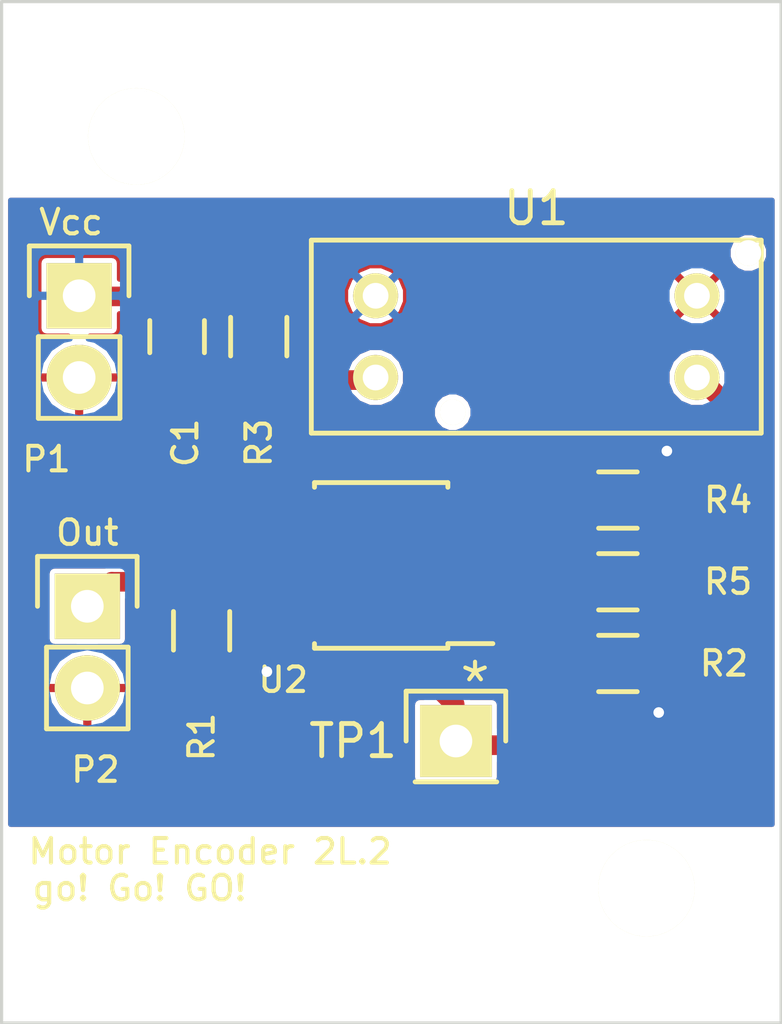
<source format=kicad_pcb>
(kicad_pcb (version 4) (host pcbnew no-vcs-found-product)

  (general
    (links 22)
    (no_connects 0)
    (area 148.412999 77.165999 172.770001 109.016001)
    (thickness 1.6)
    (drawings 17)
    (tracks 43)
    (zones 0)
    (modules 13)
    (nets 8)
  )

  (page A4)
  (layers
    (0 F.Cu signal)
    (31 B.Cu signal)
    (32 B.Adhes user)
    (33 F.Adhes user)
    (34 B.Paste user)
    (35 F.Paste user)
    (36 B.SilkS user)
    (37 F.SilkS user)
    (38 B.Mask user)
    (39 F.Mask user)
    (40 Dwgs.User user)
    (41 Cmts.User user)
    (42 Eco1.User user)
    (43 Eco2.User user)
    (44 Edge.Cuts user)
    (45 Margin user)
    (46 B.CrtYd user)
    (47 F.CrtYd user)
    (48 B.Fab user)
    (49 F.Fab user)
  )

  (setup
    (last_trace_width 0.1524)
    (user_trace_width 0.3048)
    (user_trace_width 0.6096)
    (trace_clearance 0.1524)
    (zone_clearance 0.1524)
    (zone_45_only no)
    (trace_min 0.1524)
    (segment_width 0.1)
    (edge_width 0.1)
    (via_size 0.6858)
    (via_drill 0.3302)
    (via_min_size 0.6858)
    (via_min_drill 0.3302)
    (uvia_size 0.3)
    (uvia_drill 0.1)
    (uvias_allowed no)
    (uvia_min_size 0)
    (uvia_min_drill 0)
    (pcb_text_width 0.3)
    (pcb_text_size 0.762 0.762)
    (mod_edge_width 0.15)
    (mod_text_size 0.762 0.762)
    (mod_text_width 0.127)
    (pad_size 1.5 1.5)
    (pad_drill 0.6)
    (pad_to_mask_clearance 0)
    (aux_axis_origin 0 0)
    (visible_elements FFFFFF7F)
    (pcbplotparams
      (layerselection 0x010fc_80000001)
      (usegerberextensions true)
      (excludeedgelayer true)
      (linewidth 0.127000)
      (plotframeref false)
      (viasonmask false)
      (mode 1)
      (useauxorigin false)
      (hpglpennumber 1)
      (hpglpenspeed 20)
      (hpglpendiameter 15)
      (hpglpenoverlay 2)
      (psnegative false)
      (psa4output false)
      (plotreference true)
      (plotvalue false)
      (plotinvisibletext false)
      (padsonsilk false)
      (subtractmaskfromsilk true)
      (outputformat 1)
      (mirror false)
      (drillshape 0)
      (scaleselection 1)
      (outputdirectory gerbers/))
  )

  (net 0 "")
  (net 1 VCC)
  (net 2 GND)
  (net 3 /Output)
  (net 4 /OptoOut)
  (net 5 "Net-(R3-Pad1)")
  (net 6 "Net-(R4-Pad2)")
  (net 7 "Net-(U2-Pad5)")

  (net_class Default "This is the default net class."
    (clearance 0.1524)
    (trace_width 0.1524)
    (via_dia 0.6858)
    (via_drill 0.3302)
    (uvia_dia 0.3)
    (uvia_drill 0.1)
    (add_net /OptoOut)
    (add_net /Output)
    (add_net GND)
    (add_net "Net-(R3-Pad1)")
    (add_net "Net-(R4-Pad2)")
    (add_net "Net-(U2-Pad5)")
    (add_net VCC)
  )

  (module Capacitors_SMD:C_0805_HandSoldering (layer F.Cu) (tedit 55E1BCD6) (tstamp 55900479)
    (at 153.924 87.63 270)
    (descr "Capacitor SMD 0805, hand soldering")
    (tags "capacitor 0805")
    (path /5590040D)
    (attr smd)
    (fp_text reference C1 (at 3.302 -0.254 270) (layer F.SilkS)
      (effects (font (size 0.762 0.762) (thickness 0.127)))
    )
    (fp_text value 10u (at -0.03 0.224 270) (layer F.Fab)
      (effects (font (size 0.762 0.762) (thickness 0.127)))
    )
    (fp_line (start -2.3 -1) (end 2.3 -1) (layer F.CrtYd) (width 0.05))
    (fp_line (start -2.3 1) (end 2.3 1) (layer F.CrtYd) (width 0.05))
    (fp_line (start -2.3 -1) (end -2.3 1) (layer F.CrtYd) (width 0.05))
    (fp_line (start 2.3 -1) (end 2.3 1) (layer F.CrtYd) (width 0.05))
    (fp_line (start 0.5 -0.85) (end -0.5 -0.85) (layer F.SilkS) (width 0.15))
    (fp_line (start -0.5 0.85) (end 0.5 0.85) (layer F.SilkS) (width 0.15))
    (pad 1 smd rect (at -1.25 0 270) (size 1.5 1.25) (layers F.Cu F.Paste F.Mask)
      (net 1 VCC))
    (pad 2 smd rect (at 1.25 0 270) (size 1.5 1.25) (layers F.Cu F.Paste F.Mask)
      (net 2 GND))
    (model Capacitors_SMD.3dshapes/C_0805_HandSoldering.wrl
      (at (xyz 0 0 0))
      (scale (xyz 1 1 1))
      (rotate (xyz 0 0 0))
    )
  )

  (module Pin_Headers:Pin_Header_Straight_1x02 (layer F.Cu) (tedit 55E1BCDA) (tstamp 5590047F)
    (at 150.876 86.36)
    (descr "Through hole pin header")
    (tags "pin header")
    (path /558FFB0D)
    (fp_text reference P1 (at -1.016 5.08) (layer F.SilkS)
      (effects (font (size 0.762 0.762) (thickness 0.127)))
    )
    (fp_text value PWR (at 0.024 -2.46) (layer F.Fab)
      (effects (font (size 0.762 0.762) (thickness 0.127)))
    )
    (fp_line (start 1.27 1.27) (end 1.27 3.81) (layer F.SilkS) (width 0.15))
    (fp_line (start 1.55 -1.55) (end 1.55 0) (layer F.SilkS) (width 0.15))
    (fp_line (start -1.75 -1.75) (end -1.75 4.3) (layer F.CrtYd) (width 0.05))
    (fp_line (start 1.75 -1.75) (end 1.75 4.3) (layer F.CrtYd) (width 0.05))
    (fp_line (start -1.75 -1.75) (end 1.75 -1.75) (layer F.CrtYd) (width 0.05))
    (fp_line (start -1.75 4.3) (end 1.75 4.3) (layer F.CrtYd) (width 0.05))
    (fp_line (start 1.27 1.27) (end -1.27 1.27) (layer F.SilkS) (width 0.15))
    (fp_line (start -1.55 0) (end -1.55 -1.55) (layer F.SilkS) (width 0.15))
    (fp_line (start -1.55 -1.55) (end 1.55 -1.55) (layer F.SilkS) (width 0.15))
    (fp_line (start -1.27 1.27) (end -1.27 3.81) (layer F.SilkS) (width 0.15))
    (fp_line (start -1.27 3.81) (end 1.27 3.81) (layer F.SilkS) (width 0.15))
    (pad 1 thru_hole rect (at 0 0) (size 2.032 2.032) (drill 1.016) (layers *.Cu *.Mask F.SilkS)
      (net 1 VCC))
    (pad 2 thru_hole oval (at 0 2.54) (size 2.032 2.032) (drill 1.016) (layers *.Cu *.Mask F.SilkS)
      (net 2 GND))
    (model Pin_Headers.3dshapes/Pin_Header_Straight_1x02.wrl
      (at (xyz 0 -0.05 0))
      (scale (xyz 1 1 1))
      (rotate (xyz 0 0 90))
    )
  )

  (module Pin_Headers:Pin_Header_Straight_1x02 (layer F.Cu) (tedit 55E1BCCF) (tstamp 55900485)
    (at 151.13 96.012)
    (descr "Through hole pin header")
    (tags "pin header")
    (path /558FFA04)
    (fp_text reference P2 (at 0.254 5.08 180) (layer F.SilkS)
      (effects (font (size 0.762 0.762) (thickness 0.127)))
    )
    (fp_text value Out (at 0.07 -2.212) (layer F.Fab)
      (effects (font (size 0.762 0.762) (thickness 0.127)))
    )
    (fp_line (start 1.27 1.27) (end 1.27 3.81) (layer F.SilkS) (width 0.15))
    (fp_line (start 1.55 -1.55) (end 1.55 0) (layer F.SilkS) (width 0.15))
    (fp_line (start -1.75 -1.75) (end -1.75 4.3) (layer F.CrtYd) (width 0.05))
    (fp_line (start 1.75 -1.75) (end 1.75 4.3) (layer F.CrtYd) (width 0.05))
    (fp_line (start -1.75 -1.75) (end 1.75 -1.75) (layer F.CrtYd) (width 0.05))
    (fp_line (start -1.75 4.3) (end 1.75 4.3) (layer F.CrtYd) (width 0.05))
    (fp_line (start 1.27 1.27) (end -1.27 1.27) (layer F.SilkS) (width 0.15))
    (fp_line (start -1.55 0) (end -1.55 -1.55) (layer F.SilkS) (width 0.15))
    (fp_line (start -1.55 -1.55) (end 1.55 -1.55) (layer F.SilkS) (width 0.15))
    (fp_line (start -1.27 1.27) (end -1.27 3.81) (layer F.SilkS) (width 0.15))
    (fp_line (start -1.27 3.81) (end 1.27 3.81) (layer F.SilkS) (width 0.15))
    (pad 1 thru_hole rect (at 0 0) (size 2.032 2.032) (drill 1.016) (layers *.Cu *.Mask F.SilkS)
      (net 3 /Output))
    (pad 2 thru_hole oval (at 0 2.54) (size 2.032 2.032) (drill 1.016) (layers *.Cu *.Mask F.SilkS)
      (net 2 GND))
    (model Pin_Headers.3dshapes/Pin_Header_Straight_1x02.wrl
      (at (xyz 0 -0.05 0))
      (scale (xyz 1 1 1))
      (rotate (xyz 0 0 90))
    )
  )

  (module Resistors_SMD:R_0805_HandSoldering (layer F.Cu) (tedit 55E1BCCB) (tstamp 5590048B)
    (at 154.686 96.774 90)
    (descr "Resistor SMD 0805, hand soldering")
    (tags "resistor 0805")
    (path /558FF72A)
    (attr smd)
    (fp_text reference R1 (at -3.302 0 90) (layer F.SilkS)
      (effects (font (size 0.762 0.762) (thickness 0.127)))
    )
    (fp_text value 1K (at -0.226 0.014 90) (layer F.Fab)
      (effects (font (size 0.762 0.762) (thickness 0.127)))
    )
    (fp_line (start -2.4 -1) (end 2.4 -1) (layer F.CrtYd) (width 0.05))
    (fp_line (start -2.4 1) (end 2.4 1) (layer F.CrtYd) (width 0.05))
    (fp_line (start -2.4 -1) (end -2.4 1) (layer F.CrtYd) (width 0.05))
    (fp_line (start 2.4 -1) (end 2.4 1) (layer F.CrtYd) (width 0.05))
    (fp_line (start 0.6 0.875) (end -0.6 0.875) (layer F.SilkS) (width 0.15))
    (fp_line (start -0.6 -0.875) (end 0.6 -0.875) (layer F.SilkS) (width 0.15))
    (pad 1 smd rect (at -1.35 0 90) (size 1.5 1.3) (layers F.Cu F.Paste F.Mask)
      (net 1 VCC))
    (pad 2 smd rect (at 1.35 0 90) (size 1.5 1.3) (layers F.Cu F.Paste F.Mask)
      (net 3 /Output))
    (model Resistors_SMD.3dshapes/R_0805_HandSoldering.wrl
      (at (xyz 0 0 0))
      (scale (xyz 1 1 1))
      (rotate (xyz 0 0 0))
    )
  )

  (module Resistors_SMD:R_0805_HandSoldering (layer F.Cu) (tedit 55E1BCB4) (tstamp 55900491)
    (at 167.64 97.79 180)
    (descr "Resistor SMD 0805, hand soldering")
    (tags "resistor 0805")
    (path /558FF53C)
    (attr smd)
    (fp_text reference R2 (at -3.302 0 180) (layer F.SilkS)
      (effects (font (size 0.762 0.762) (thickness 0.127)))
    )
    (fp_text value 10K (at -0.16 -0.21 180) (layer F.Fab)
      (effects (font (size 0.762 0.762) (thickness 0.127)))
    )
    (fp_line (start -2.4 -1) (end 2.4 -1) (layer F.CrtYd) (width 0.05))
    (fp_line (start -2.4 1) (end 2.4 1) (layer F.CrtYd) (width 0.05))
    (fp_line (start -2.4 -1) (end -2.4 1) (layer F.CrtYd) (width 0.05))
    (fp_line (start 2.4 -1) (end 2.4 1) (layer F.CrtYd) (width 0.05))
    (fp_line (start 0.6 0.875) (end -0.6 0.875) (layer F.SilkS) (width 0.15))
    (fp_line (start -0.6 -0.875) (end 0.6 -0.875) (layer F.SilkS) (width 0.15))
    (pad 1 smd rect (at -1.35 0 180) (size 1.5 1.3) (layers F.Cu F.Paste F.Mask)
      (net 1 VCC))
    (pad 2 smd rect (at 1.35 0 180) (size 1.5 1.3) (layers F.Cu F.Paste F.Mask)
      (net 4 /OptoOut))
    (model Resistors_SMD.3dshapes/R_0805_HandSoldering.wrl
      (at (xyz 0 0 0))
      (scale (xyz 1 1 1))
      (rotate (xyz 0 0 0))
    )
  )

  (module Resistors_SMD:R_0805_HandSoldering (layer F.Cu) (tedit 55E1BCA4) (tstamp 55900497)
    (at 156.464 87.63 90)
    (descr "Resistor SMD 0805, hand soldering")
    (tags "resistor 0805")
    (path /558FF5EA)
    (attr smd)
    (fp_text reference R3 (at -3.302 0 90) (layer F.SilkS)
      (effects (font (size 0.762 0.762) (thickness 0.127)))
    )
    (fp_text value 100 (at -0.07 0.036 90) (layer F.Fab)
      (effects (font (size 0.762 0.762) (thickness 0.127)))
    )
    (fp_line (start -2.4 -1) (end 2.4 -1) (layer F.CrtYd) (width 0.05))
    (fp_line (start -2.4 1) (end 2.4 1) (layer F.CrtYd) (width 0.05))
    (fp_line (start -2.4 -1) (end -2.4 1) (layer F.CrtYd) (width 0.05))
    (fp_line (start 2.4 -1) (end 2.4 1) (layer F.CrtYd) (width 0.05))
    (fp_line (start 0.6 0.875) (end -0.6 0.875) (layer F.SilkS) (width 0.15))
    (fp_line (start -0.6 -0.875) (end 0.6 -0.875) (layer F.SilkS) (width 0.15))
    (pad 1 smd rect (at -1.35 0 90) (size 1.5 1.3) (layers F.Cu F.Paste F.Mask)
      (net 5 "Net-(R3-Pad1)"))
    (pad 2 smd rect (at 1.35 0 90) (size 1.5 1.3) (layers F.Cu F.Paste F.Mask)
      (net 2 GND))
    (model Resistors_SMD.3dshapes/R_0805_HandSoldering.wrl
      (at (xyz 0 0 0))
      (scale (xyz 1 1 1))
      (rotate (xyz 0 0 0))
    )
  )

  (module Resistors_SMD:R_0805_HandSoldering (layer F.Cu) (tedit 55E1BCBD) (tstamp 5590049D)
    (at 167.64 92.71 180)
    (descr "Resistor SMD 0805, hand soldering")
    (tags "resistor 0805")
    (path /558FF7D1)
    (attr smd)
    (fp_text reference R4 (at -3.429 0 180) (layer F.SilkS)
      (effects (font (size 0.762 0.762) (thickness 0.127)))
    )
    (fp_text value 1K (at -0.16 0.01 180) (layer F.Fab)
      (effects (font (size 0.762 0.762) (thickness 0.127)))
    )
    (fp_line (start -2.4 -1) (end 2.4 -1) (layer F.CrtYd) (width 0.05))
    (fp_line (start -2.4 1) (end 2.4 1) (layer F.CrtYd) (width 0.05))
    (fp_line (start -2.4 -1) (end -2.4 1) (layer F.CrtYd) (width 0.05))
    (fp_line (start 2.4 -1) (end 2.4 1) (layer F.CrtYd) (width 0.05))
    (fp_line (start 0.6 0.875) (end -0.6 0.875) (layer F.SilkS) (width 0.15))
    (fp_line (start -0.6 -0.875) (end 0.6 -0.875) (layer F.SilkS) (width 0.15))
    (pad 1 smd rect (at -1.35 0 180) (size 1.5 1.3) (layers F.Cu F.Paste F.Mask)
      (net 1 VCC))
    (pad 2 smd rect (at 1.35 0 180) (size 1.5 1.3) (layers F.Cu F.Paste F.Mask)
      (net 6 "Net-(R4-Pad2)"))
    (model Resistors_SMD.3dshapes/R_0805_HandSoldering.wrl
      (at (xyz 0 0 0))
      (scale (xyz 1 1 1))
      (rotate (xyz 0 0 0))
    )
  )

  (module Resistors_SMD:R_0805_HandSoldering (layer F.Cu) (tedit 55E1BCBA) (tstamp 559004A3)
    (at 167.64 95.25)
    (descr "Resistor SMD 0805, hand soldering")
    (tags "resistor 0805")
    (path /558FF837)
    (attr smd)
    (fp_text reference R5 (at 3.429 0) (layer F.SilkS)
      (effects (font (size 0.762 0.762) (thickness 0.127)))
    )
    (fp_text value 1K (at 0.06 0.05) (layer F.Fab)
      (effects (font (size 0.762 0.762) (thickness 0.127)))
    )
    (fp_line (start -2.4 -1) (end 2.4 -1) (layer F.CrtYd) (width 0.05))
    (fp_line (start -2.4 1) (end 2.4 1) (layer F.CrtYd) (width 0.05))
    (fp_line (start -2.4 -1) (end -2.4 1) (layer F.CrtYd) (width 0.05))
    (fp_line (start 2.4 -1) (end 2.4 1) (layer F.CrtYd) (width 0.05))
    (fp_line (start 0.6 0.875) (end -0.6 0.875) (layer F.SilkS) (width 0.15))
    (fp_line (start -0.6 -0.875) (end 0.6 -0.875) (layer F.SilkS) (width 0.15))
    (pad 1 smd rect (at -1.35 0) (size 1.5 1.3) (layers F.Cu F.Paste F.Mask)
      (net 6 "Net-(R4-Pad2)"))
    (pad 2 smd rect (at 1.35 0) (size 1.5 1.3) (layers F.Cu F.Paste F.Mask)
      (net 2 GND))
    (model Resistors_SMD.3dshapes/R_0805_HandSoldering.wrl
      (at (xyz 0 0 0))
      (scale (xyz 1 1 1))
      (rotate (xyz 0 0 0))
    )
  )

  (module Housings_SOIC:SOIC-8_3.9x4.9mm_Pitch1.27mm (layer F.Cu) (tedit 55E1BCAA) (tstamp 559004C2)
    (at 160.274 94.742 180)
    (descr "8-Lead Plastic Small Outline (SN) - Narrow, 3.90 mm Body [SOIC] (see Microchip Packaging Specification 00000049BS.pdf)")
    (tags "SOIC 1.27")
    (path /558FF69C)
    (attr smd)
    (fp_text reference U2 (at 3.048 -3.556 180) (layer F.SilkS)
      (effects (font (size 0.762 0.762) (thickness 0.127)))
    )
    (fp_text value LM311D (at -0.126 0.042 270) (layer F.Fab)
      (effects (font (size 0.762 0.762) (thickness 0.127)))
    )
    (fp_line (start -3.75 -2.75) (end -3.75 2.75) (layer F.CrtYd) (width 0.05))
    (fp_line (start 3.75 -2.75) (end 3.75 2.75) (layer F.CrtYd) (width 0.05))
    (fp_line (start -3.75 -2.75) (end 3.75 -2.75) (layer F.CrtYd) (width 0.05))
    (fp_line (start -3.75 2.75) (end 3.75 2.75) (layer F.CrtYd) (width 0.05))
    (fp_line (start -2.075 -2.575) (end -2.075 -2.43) (layer F.SilkS) (width 0.15))
    (fp_line (start 2.075 -2.575) (end 2.075 -2.43) (layer F.SilkS) (width 0.15))
    (fp_line (start 2.075 2.575) (end 2.075 2.43) (layer F.SilkS) (width 0.15))
    (fp_line (start -2.075 2.575) (end -2.075 2.43) (layer F.SilkS) (width 0.15))
    (fp_line (start -2.075 -2.575) (end 2.075 -2.575) (layer F.SilkS) (width 0.15))
    (fp_line (start -2.075 2.575) (end 2.075 2.575) (layer F.SilkS) (width 0.15))
    (fp_line (start -2.075 -2.43) (end -3.475 -2.43) (layer F.SilkS) (width 0.15))
    (pad 1 smd rect (at -2.7 -1.905 180) (size 1.55 0.6) (layers F.Cu F.Paste F.Mask)
      (net 2 GND))
    (pad 2 smd rect (at -2.7 -0.635 180) (size 1.55 0.6) (layers F.Cu F.Paste F.Mask)
      (net 4 /OptoOut))
    (pad 3 smd rect (at -2.7 0.635 180) (size 1.55 0.6) (layers F.Cu F.Paste F.Mask)
      (net 6 "Net-(R4-Pad2)"))
    (pad 4 smd rect (at -2.7 1.905 180) (size 1.55 0.6) (layers F.Cu F.Paste F.Mask)
      (net 2 GND))
    (pad 5 smd rect (at 2.7 1.905 180) (size 1.55 0.6) (layers F.Cu F.Paste F.Mask)
      (net 7 "Net-(U2-Pad5)"))
    (pad 6 smd rect (at 2.7 0.635 180) (size 1.55 0.6) (layers F.Cu F.Paste F.Mask)
      (net 7 "Net-(U2-Pad5)"))
    (pad 7 smd rect (at 2.7 -0.635 180) (size 1.55 0.6) (layers F.Cu F.Paste F.Mask)
      (net 3 /Output))
    (pad 8 smd rect (at 2.7 -1.905 180) (size 1.55 0.6) (layers F.Cu F.Paste F.Mask)
      (net 1 VCC))
    (model Housings_SOIC.3dshapes/SOIC-8_3.9x4.9mm_Pitch1.27mm.wrl
      (at (xyz 0 0 0))
      (scale (xyz 1 1 1))
      (rotate (xyz 0 0 0))
    )
  )

  (module Gogogo-Footprint:MountingHole-3mm (layer F.Cu) (tedit 55901274) (tstamp 559011DA)
    (at 152.654 81.407)
    (fp_text reference REF** (at -0.00254 5.69976) (layer F.SilkS) hide
      (effects (font (size 1 1) (thickness 0.15)))
    )
    (fp_text value MountingHole-3mm (at -0.00254 -4.98856) (layer F.Fab) hide
      (effects (font (size 1 1) (thickness 0.15)))
    )
    (pad "" np_thru_hole circle (at 0 0) (size 3 3) (drill 3) (layers *.Cu *.Mask F.SilkS))
  )

  (module Gogogo-Footprint:MountingHole-3mm (layer F.Cu) (tedit 55901274) (tstamp 559011E3)
    (at 168.529 104.775)
    (fp_text reference REF** (at -0.00254 5.69976) (layer F.SilkS) hide
      (effects (font (size 1 1) (thickness 0.15)))
    )
    (fp_text value MountingHole-3mm (at -0.00254 -4.98856) (layer F.Fab) hide
      (effects (font (size 1 1) (thickness 0.15)))
    )
    (pad "" np_thru_hole circle (at 0 0) (size 3 3) (drill 3) (layers *.Cu *.Mask F.SilkS))
  )

  (module Pin_Headers:Pin_Header_Straight_1x01 (layer F.Cu) (tedit 55E1BCC5) (tstamp 55E1BBFA)
    (at 162.6 100.2)
    (descr "Through hole pin header")
    (tags "pin header")
    (path /558FF94A)
    (fp_text reference TP1 (at -3.2 0) (layer F.SilkS)
      (effects (font (size 1 1) (thickness 0.15)))
    )
    (fp_text value OptoOut (at 0 1.9) (layer F.Fab)
      (effects (font (size 1 1) (thickness 0.15)))
    )
    (fp_line (start 1.55 -1.55) (end 1.55 0) (layer F.SilkS) (width 0.15))
    (fp_line (start -1.75 -1.75) (end -1.75 1.75) (layer F.CrtYd) (width 0.05))
    (fp_line (start 1.75 -1.75) (end 1.75 1.75) (layer F.CrtYd) (width 0.05))
    (fp_line (start -1.75 -1.75) (end 1.75 -1.75) (layer F.CrtYd) (width 0.05))
    (fp_line (start -1.75 1.75) (end 1.75 1.75) (layer F.CrtYd) (width 0.05))
    (fp_line (start -1.55 0) (end -1.55 -1.55) (layer F.SilkS) (width 0.15))
    (fp_line (start -1.55 -1.55) (end 1.55 -1.55) (layer F.SilkS) (width 0.15))
    (fp_line (start -1.27 1.27) (end 1.27 1.27) (layer F.SilkS) (width 0.15))
    (pad 1 thru_hole rect (at 0 0) (size 2.2352 2.2352) (drill 1.016) (layers *.Cu *.Mask F.SilkS)
      (net 4 /OptoOut))
    (model Pin_Headers.3dshapes/Pin_Header_Straight_1x01.wrl
      (at (xyz 0 0 0))
      (scale (xyz 1 1 1))
      (rotate (xyz 0 0 90))
    )
  )

  (module Gogogo-footprints:RPI-579N1 (layer F.Cu) (tedit 55E1BCAD) (tstamp 55E1BBFB)
    (at 165.1 87.63 180)
    (path /55BCBC09)
    (fp_text reference U1 (at -0.00254 3.99288 180) (layer F.SilkS)
      (effects (font (size 1 1) (thickness 0.15)))
    )
    (fp_text value RPI-579N1 (at -0.3 -0.07 180) (layer F.Fab)
      (effects (font (size 1 1) (thickness 0.15)))
    )
    (fp_line (start -7 -3) (end 7 -3) (layer F.SilkS) (width 0.15))
    (fp_line (start 7 -3) (end 7 3) (layer F.SilkS) (width 0.15))
    (fp_line (start 7 3) (end -7 3) (layer F.SilkS) (width 0.15))
    (fp_line (start -7 3) (end -7 -3) (layer F.SilkS) (width 0.15))
    (pad "" np_thru_hole circle (at -6.6 2.6 180) (size 0.8 0.8) (drill 0.8) (layers *.Cu *.Mask F.SilkS))
    (pad "" np_thru_hole circle (at 2.6 -2.35 180) (size 0.8 0.8) (drill 0.8) (layers *.Cu *.Mask F.SilkS))
    (pad 3 thru_hole circle (at -5 -1.27 180) (size 1.4 1.4) (drill 0.8) (layers *.Cu *.Mask F.SilkS)
      (net 4 /OptoOut))
    (pad 4 thru_hole circle (at -5 1.27 180) (size 1.4 1.4) (drill 0.8) (layers *.Cu *.Mask F.SilkS)
      (net 2 GND))
    (pad 2 thru_hole circle (at 5 -1.27 180) (size 1.4 1.4) (drill 0.8) (layers *.Cu *.Mask F.SilkS)
      (net 5 "Net-(R3-Pad1)"))
    (pad 1 thru_hole circle (at 5 1.27 180) (size 1.4 1.4) (drill 0.8) (layers *.Cu *.Mask F.SilkS)
      (net 1 VCC))
  )

  (gr_text "go! Go! GO!" (at 149.352 104.775) (layer F.SilkS)
    (effects (font (size 0.762 0.762) (thickness 0.127)) (justify left))
  )
  (gr_text "Motor Encoder 2L.2" (at 149.225 103.632) (layer F.SilkS)
    (effects (font (size 0.762 0.762) (thickness 0.127)) (justify left))
  )
  (gr_line (start 148.463 108.966) (end 172.72 108.966) (angle 90) (layer Edge.Cuts) (width 0.1))
  (gr_line (start 148.463 108.966) (end 148.463 77.216) (angle 90) (layer Edge.Cuts) (width 0.1))
  (gr_line (start 172.72 77.216) (end 172.72 108.966) (angle 90) (layer Edge.Cuts) (width 0.1))
  (gr_line (start 148.463 77.216) (end 172.72 77.216) (angle 90) (layer Edge.Cuts) (width 0.1))
  (gr_line (start 172.72 108.966) (end 168.529 108.966) (angle 90) (layer Eco1.User) (width 0.1))
  (gr_line (start 172.72 104.775) (end 172.72 108.966) (angle 90) (layer Eco1.User) (width 0.1))
  (gr_line (start 148.463 77.216) (end 148.463 81.407) (angle 90) (layer Eco1.User) (width 0.1))
  (gr_line (start 152.654 77.216) (end 148.463 77.216) (angle 90) (layer Eco1.User) (width 0.1))
  (gr_line (start 152.654 81.407) (end 148.463 81.407) (angle 90) (layer Eco1.User) (width 0.1) (tstamp 55901697))
  (gr_line (start 172.72 104.775) (end 168.529 104.775) (angle 90) (layer Eco1.User) (width 0.1))
  (gr_line (start 152.654 81.407) (end 152.654 77.216) (angle 90) (layer Eco1.User) (width 0.1))
  (gr_line (start 168.529 104.775) (end 168.529 108.966) (angle 90) (layer Eco1.User) (width 0.1))
  (gr_text Vcc (at 150.622 84.074) (layer F.SilkS)
    (effects (font (size 0.762 0.762) (thickness 0.127)))
  )
  (gr_text "Out\n" (at 151.13 93.726) (layer F.SilkS)
    (effects (font (size 0.762 0.762) (thickness 0.127)))
  )
  (gr_text * (at 163.195 98.425) (layer F.SilkS)
    (effects (font (size 1.27 1.27) (thickness 0.127)) (justify mirror))
  )

  (segment (start 153.924 86.38) (end 150.896 86.38) (width 0.6096) (layer F.Cu) (net 1))
  (segment (start 150.896 86.38) (end 150.876 86.36) (width 0.6096) (layer F.Cu) (net 1) (tstamp 55900FB5))
  (segment (start 168.99 97.79) (end 168.99 99.234) (width 0.6096) (layer F.Cu) (net 1))
  (via (at 168.91 99.314) (size 0.6858) (drill 0.3302) (layers F.Cu B.Cu) (net 1))
  (segment (start 168.99 99.234) (end 168.91 99.314) (width 0.6096) (layer F.Cu) (net 1) (tstamp 55900FA8))
  (segment (start 168.99 92.71) (end 168.99 91.36) (width 0.6096) (layer F.Cu) (net 1))
  (via (at 169.164 91.186) (size 0.6858) (drill 0.3302) (layers F.Cu B.Cu) (net 1))
  (segment (start 168.99 91.36) (end 169.164 91.186) (width 0.6096) (layer F.Cu) (net 1) (tstamp 55900F94))
  (segment (start 168.99 97.79) (end 170.18 97.79) (width 0.6096) (layer F.Cu) (net 1))
  (segment (start 170.688 94.408) (end 168.99 92.71) (width 0.6096) (layer F.Cu) (net 1) (tstamp 55900F7D))
  (segment (start 170.688 97.282) (end 170.688 94.408) (width 0.6096) (layer F.Cu) (net 1) (tstamp 55900F71))
  (segment (start 170.18 97.79) (end 170.688 97.282) (width 0.6096) (layer F.Cu) (net 1) (tstamp 55900F6D))
  (segment (start 156.718 98.044) (end 157.226 98.044) (width 0.6096) (layer F.Cu) (net 1))
  (segment (start 156.638 98.124) (end 156.718 98.044) (width 0.6096) (layer F.Cu) (net 1) (tstamp 55900F52))
  (via (at 156.718 98.044) (size 0.6858) (drill 0.3302) (layers F.Cu B.Cu) (net 1))
  (segment (start 154.686 98.124) (end 156.638 98.124) (width 0.6096) (layer F.Cu) (net 1))
  (segment (start 157.574 97.696) (end 157.574 96.647) (width 0.6096) (layer F.Cu) (net 1) (tstamp 55900F57))
  (segment (start 157.226 98.044) (end 157.574 97.696) (width 0.6096) (layer F.Cu) (net 1) (tstamp 55900F56))
  (segment (start 157.574 95.377) (end 154.733 95.377) (width 0.6096) (layer F.Cu) (net 3))
  (segment (start 154.733 95.377) (end 154.606 95.25) (width 0.6096) (layer F.Cu) (net 3) (tstamp 55900F3A))
  (segment (start 154.606 95.25) (end 151.892 95.25) (width 0.6096) (layer F.Cu) (net 3) (tstamp 55900F3B))
  (segment (start 151.892 95.25) (end 151.13 96.012) (width 0.6096) (layer F.Cu) (net 3) (tstamp 55900F3C))
  (segment (start 170.1 88.9) (end 170.18 88.9) (width 0.6096) (layer F.Cu) (net 4))
  (segment (start 170.18 88.9) (end 171.577 90.297) (width 0.6096) (layer F.Cu) (net 4) (tstamp 55BCBB7F))
  (segment (start 171.577 90.297) (end 171.577 99.06) (width 0.6096) (layer F.Cu) (net 4) (tstamp 55BCBB85))
  (segment (start 171.577 99.06) (end 170.307 100.33) (width 0.6096) (layer F.Cu) (net 4) (tstamp 55BCBB8A))
  (segment (start 170.307 100.33) (end 165.354 100.33) (width 0.6096) (layer F.Cu) (net 4) (tstamp 55BCBB8C))
  (segment (start 162.56 100.33) (end 162.56 99.06) (width 0.6096) (layer F.Cu) (net 4))
  (segment (start 162.56 99.06) (end 160.274 96.774) (width 0.6096) (layer F.Cu) (net 4) (tstamp 55900F2E))
  (segment (start 160.655 95.377) (end 162.974 95.377) (width 0.6096) (layer F.Cu) (net 4) (tstamp 55900F31))
  (segment (start 160.274 95.758) (end 160.655 95.377) (width 0.6096) (layer F.Cu) (net 4) (tstamp 55900F30))
  (segment (start 160.274 96.774) (end 160.274 95.758) (width 0.6096) (layer F.Cu) (net 4) (tstamp 55900F2F))
  (segment (start 162.56 100.33) (end 164.592 100.33) (width 0.6096) (layer F.Cu) (net 4))
  (segment (start 164.592 100.33) (end 165.354 100.33) (width 0.6096) (layer F.Cu) (net 4) (tstamp 55900F62))
  (segment (start 166.29 99.394) (end 166.29 97.79) (width 0.6096) (layer F.Cu) (net 4) (tstamp 55900F2B))
  (segment (start 165.354 100.33) (end 166.29 99.394) (width 0.6096) (layer F.Cu) (net 4) (tstamp 55900F2A))
  (segment (start 156.464 88.98) (end 160.02 88.98) (width 0.6096) (layer F.Cu) (net 5))
  (segment (start 160.02 88.98) (end 160.1 88.9) (width 0.6096) (layer F.Cu) (net 5) (tstamp 55900F46))
  (segment (start 166.29 95.25) (end 165.608 95.25) (width 0.6096) (layer F.Cu) (net 6))
  (segment (start 165.608 95.25) (end 164.465 94.107) (width 0.6096) (layer F.Cu) (net 6) (tstamp 55900F36))
  (segment (start 164.465 94.107) (end 162.974 94.107) (width 0.6096) (layer F.Cu) (net 6) (tstamp 55900F37))
  (segment (start 166.29 92.71) (end 166.29 95.25) (width 0.6096) (layer F.Cu) (net 6))
  (segment (start 157.574 92.837) (end 157.574 94.107) (width 0.6096) (layer F.Cu) (net 7))

  (zone (net 2) (net_name GND) (layer F.Cu) (tstamp 55900BFF) (hatch edge 0.508)
    (connect_pads (clearance 0.1524))
    (min_thickness 0.1524)
    (fill yes (arc_segments 16) (thermal_gap 0.254) (thermal_bridge_width 0.254))
    (polygon
      (pts
        (xy 172.72 102.87) (xy 148.59 102.87) (xy 148.59 83.312) (xy 172.72 83.312)
      )
    )
    (filled_polygon
      (pts
        (xy 172.4414 102.7938) (xy 148.7416 102.7938) (xy 148.7416 98.812617) (xy 149.809268 98.812617) (xy 149.810066 98.816645)
        (xy 150.011815 99.301617) (xy 150.383798 99.672467) (xy 150.869383 99.872736) (xy 151.0792 99.814695) (xy 151.0792 98.6028)
        (xy 151.1808 98.6028) (xy 151.1808 99.814695) (xy 151.390617 99.872736) (xy 151.876202 99.672467) (xy 152.248185 99.301617)
        (xy 152.449934 98.816645) (xy 152.450732 98.812617) (xy 152.392628 98.6028) (xy 151.1808 98.6028) (xy 151.0792 98.6028)
        (xy 151.0792 98.6028) (xy 149.867372 98.6028) (xy 149.809268 98.812617) (xy 148.7416 98.812617) (xy 148.7416 98.291383)
        (xy 149.809268 98.291383) (xy 149.867372 98.5012) (xy 151.0792 98.5012) (xy 151.0792 98.4812) (xy 151.1808 98.4812)
        (xy 151.1808 98.5012) (xy 152.392628 98.5012) (xy 152.450732 98.291383) (xy 152.449934 98.287355) (xy 152.248185 97.802383)
        (xy 151.876202 97.431533) (xy 151.736704 97.374) (xy 153.802921 97.374) (xy 153.802921 98.874) (xy 153.819833 98.961164)
        (xy 153.870158 99.037774) (xy 153.946129 99.089056) (xy 154.036 99.107079) (xy 155.336 99.107079) (xy 155.423164 99.090167)
        (xy 155.499774 99.039842) (xy 155.551056 98.963871) (xy 155.569079 98.874) (xy 155.569079 98.6574) (xy 156.638 98.6574)
        (xy 156.842123 98.616797) (xy 156.864555 98.601809) (xy 156.923628 98.5774) (xy 157.226 98.5774) (xy 157.430123 98.536797)
        (xy 157.603171 98.421171) (xy 157.951171 98.073171) (xy 158.066797 97.900124) (xy 158.1074 97.696) (xy 158.1074 97.180079)
        (xy 158.349 97.180079) (xy 158.436164 97.163167) (xy 158.512774 97.112842) (xy 158.564056 97.036871) (xy 158.582079 96.947)
        (xy 158.582079 96.347) (xy 158.565167 96.259836) (xy 158.514842 96.183226) (xy 158.438871 96.131944) (xy 158.349 96.113921)
        (xy 157.575614 96.113921) (xy 157.574 96.1136) (xy 157.572386 96.113921) (xy 156.799 96.113921) (xy 156.711836 96.130833)
        (xy 156.635226 96.181158) (xy 156.583944 96.257129) (xy 156.565921 96.347) (xy 156.565921 96.947) (xy 156.582833 97.034164)
        (xy 156.633158 97.110774) (xy 156.709129 97.162056) (xy 156.799 97.180079) (xy 157.0406 97.180079) (xy 157.0406 97.475058)
        (xy 157.005058 97.5106) (xy 156.923691 97.5106) (xy 156.832177 97.4726) (xy 156.60482 97.472401) (xy 156.394694 97.559224)
        (xy 156.363263 97.5906) (xy 155.569079 97.5906) (xy 155.569079 97.374) (xy 155.552167 97.286836) (xy 155.501842 97.210226)
        (xy 155.425871 97.158944) (xy 155.336 97.140921) (xy 154.036 97.140921) (xy 153.948836 97.157833) (xy 153.872226 97.208158)
        (xy 153.820944 97.284129) (xy 153.802921 97.374) (xy 151.736704 97.374) (xy 151.462908 97.261079) (xy 152.146 97.261079)
        (xy 152.233164 97.244167) (xy 152.309774 97.193842) (xy 152.361056 97.117871) (xy 152.379079 97.028) (xy 152.379079 95.7834)
        (xy 153.802921 95.7834) (xy 153.802921 96.174) (xy 153.819833 96.261164) (xy 153.870158 96.337774) (xy 153.946129 96.389056)
        (xy 154.036 96.407079) (xy 155.336 96.407079) (xy 155.423164 96.390167) (xy 155.499774 96.339842) (xy 155.551056 96.263871)
        (xy 155.569079 96.174) (xy 155.569079 95.9104) (xy 157.574 95.9104) (xy 157.575614 95.910079) (xy 158.349 95.910079)
        (xy 158.436164 95.893167) (xy 158.512774 95.842842) (xy 158.564056 95.766871) (xy 158.565835 95.758) (xy 159.7406 95.758)
        (xy 159.7406 96.774) (xy 159.781203 96.978123) (xy 159.896829 97.151171) (xy 161.594979 98.849321) (xy 161.4824 98.849321)
        (xy 161.395236 98.866233) (xy 161.318626 98.916558) (xy 161.267344 98.992529) (xy 161.249321 99.0824) (xy 161.249321 101.3176)
        (xy 161.266233 101.404764) (xy 161.316558 101.481374) (xy 161.392529 101.532656) (xy 161.4824 101.550679) (xy 163.7176 101.550679)
        (xy 163.804764 101.533767) (xy 163.881374 101.483442) (xy 163.932656 101.407471) (xy 163.950679 101.3176) (xy 163.950679 100.8634)
        (xy 170.307 100.8634) (xy 170.511123 100.822797) (xy 170.684171 100.707171) (xy 171.954171 99.437171) (xy 172.069797 99.264124)
        (xy 172.1104 99.06) (xy 172.1104 90.297) (xy 172.069797 90.092877) (xy 172.069797 90.092876) (xy 171.954171 89.919829)
        (xy 171.028518 88.994176) (xy 171.02876 88.7161) (xy 170.887688 88.374678) (xy 170.626696 88.113231) (xy 170.28552 87.971562)
        (xy 169.9161 87.97124) (xy 169.574678 88.112312) (xy 169.313231 88.373304) (xy 169.171562 88.71448) (xy 169.17124 89.0839)
        (xy 169.312312 89.425322) (xy 169.573304 89.686769) (xy 169.91448 89.828438) (xy 170.2839 89.82876) (xy 170.3338 89.808142)
        (xy 171.0436 90.517942) (xy 171.0436 94.009259) (xy 169.973079 92.938737) (xy 169.973079 92.06) (xy 169.956167 91.972836)
        (xy 169.905842 91.896226) (xy 169.829871 91.844944) (xy 169.74 91.826921) (xy 169.5234 91.826921) (xy 169.5234 91.634745)
        (xy 169.648211 91.510151) (xy 169.7354 91.300177) (xy 169.735599 91.07282) (xy 169.648776 90.862694) (xy 169.488151 90.701789)
        (xy 169.278177 90.6146) (xy 169.05082 90.614401) (xy 168.840694 90.701224) (xy 168.679789 90.861849) (xy 168.64143 90.954228)
        (xy 168.612829 90.982829) (xy 168.497203 91.155877) (xy 168.4566 91.36) (xy 168.4566 91.826921) (xy 168.24 91.826921)
        (xy 168.152836 91.843833) (xy 168.076226 91.894158) (xy 168.024944 91.970129) (xy 168.006921 92.06) (xy 168.006921 93.36)
        (xy 168.023833 93.447164) (xy 168.074158 93.523774) (xy 168.150129 93.575056) (xy 168.24 93.593079) (xy 169.118737 93.593079)
        (xy 169.795459 94.2698) (xy 169.12335 94.2698) (xy 169.0408 94.35235) (xy 169.0408 95.1992) (xy 169.98765 95.1992)
        (xy 170.0702 95.11665) (xy 170.0702 94.544541) (xy 170.1546 94.628941) (xy 170.1546 97.061059) (xy 169.973079 97.242579)
        (xy 169.973079 97.14) (xy 169.956167 97.052836) (xy 169.905842 96.976226) (xy 169.829871 96.924944) (xy 169.74 96.906921)
        (xy 168.24 96.906921) (xy 168.152836 96.923833) (xy 168.076226 96.974158) (xy 168.024944 97.050129) (xy 168.006921 97.14)
        (xy 168.006921 98.44) (xy 168.023833 98.527164) (xy 168.074158 98.603774) (xy 168.150129 98.655056) (xy 168.24 98.673079)
        (xy 168.4566 98.673079) (xy 168.4566 98.959092) (xy 168.425789 98.989849) (xy 168.3386 99.199823) (xy 168.338401 99.42718)
        (xy 168.425224 99.637306) (xy 168.584241 99.7966) (xy 166.641742 99.7966) (xy 166.667171 99.771171) (xy 166.782797 99.598123)
        (xy 166.8234 99.394) (xy 166.8234 98.673079) (xy 167.04 98.673079) (xy 167.127164 98.656167) (xy 167.203774 98.605842)
        (xy 167.255056 98.529871) (xy 167.273079 98.44) (xy 167.273079 97.14) (xy 167.256167 97.052836) (xy 167.205842 96.976226)
        (xy 167.129871 96.924944) (xy 167.04 96.906921) (xy 165.54 96.906921) (xy 165.452836 96.923833) (xy 165.376226 96.974158)
        (xy 165.324944 97.050129) (xy 165.306921 97.14) (xy 165.306921 98.44) (xy 165.323833 98.527164) (xy 165.374158 98.603774)
        (xy 165.450129 98.655056) (xy 165.54 98.673079) (xy 165.7566 98.673079) (xy 165.7566 99.173058) (xy 165.133058 99.7966)
        (xy 163.950679 99.7966) (xy 163.950679 99.0824) (xy 163.933767 98.995236) (xy 163.883442 98.918626) (xy 163.807471 98.867344)
        (xy 163.7176 98.849321) (xy 163.048416 98.849321) (xy 162.937171 98.682829) (xy 161.034692 96.78035) (xy 161.8688 96.78035)
        (xy 161.8688 97.012681) (xy 161.91907 97.134043) (xy 162.011957 97.22693) (xy 162.133319 97.2772) (xy 162.84065 97.2772)
        (xy 162.9232 97.19465) (xy 162.9232 96.6978) (xy 163.0248 96.6978) (xy 163.0248 97.19465) (xy 163.10735 97.2772)
        (xy 163.814681 97.2772) (xy 163.936043 97.22693) (xy 164.02893 97.134043) (xy 164.0792 97.012681) (xy 164.0792 96.78035)
        (xy 163.99665 96.6978) (xy 163.0248 96.6978) (xy 162.9232 96.6978) (xy 162.9232 96.6978) (xy 161.95135 96.6978)
        (xy 161.8688 96.78035) (xy 161.034692 96.78035) (xy 160.8074 96.553058) (xy 160.8074 96.281319) (xy 161.8688 96.281319)
        (xy 161.8688 96.51365) (xy 161.95135 96.5962) (xy 162.9232 96.5962) (xy 162.9232 96.09935) (xy 163.0248 96.09935)
        (xy 163.0248 96.5962) (xy 163.99665 96.5962) (xy 164.0792 96.51365) (xy 164.0792 96.281319) (xy 164.02893 96.159957)
        (xy 163.936043 96.06707) (xy 163.814681 96.0168) (xy 163.10735 96.0168) (xy 163.0248 96.09935) (xy 162.9232 96.09935)
        (xy 162.9232 96.09935) (xy 162.84065 96.0168) (xy 162.133319 96.0168) (xy 162.011957 96.06707) (xy 161.91907 96.159957)
        (xy 161.8688 96.281319) (xy 160.8074 96.281319) (xy 160.8074 95.978942) (xy 160.875941 95.9104) (xy 162.974 95.9104)
        (xy 162.975614 95.910079) (xy 163.749 95.910079) (xy 163.836164 95.893167) (xy 163.912774 95.842842) (xy 163.964056 95.766871)
        (xy 163.982079 95.677) (xy 163.982079 95.077) (xy 163.965167 94.989836) (xy 163.914842 94.913226) (xy 163.838871 94.861944)
        (xy 163.749 94.843921) (xy 162.975614 94.843921) (xy 162.974 94.8436) (xy 160.655 94.8436) (xy 160.450876 94.884203)
        (xy 160.381563 94.930516) (xy 160.277829 94.999829) (xy 160.277827 94.999832) (xy 159.896829 95.380829) (xy 159.781203 95.553877)
        (xy 159.7406 95.758) (xy 158.565835 95.758) (xy 158.582079 95.677) (xy 158.582079 95.077) (xy 158.565167 94.989836)
        (xy 158.514842 94.913226) (xy 158.438871 94.861944) (xy 158.349 94.843921) (xy 157.575614 94.843921) (xy 157.574 94.8436)
        (xy 155.569079 94.8436) (xy 155.569079 94.674) (xy 155.552167 94.586836) (xy 155.501842 94.510226) (xy 155.425871 94.458944)
        (xy 155.336 94.440921) (xy 154.036 94.440921) (xy 153.948836 94.457833) (xy 153.872226 94.508158) (xy 153.820944 94.584129)
        (xy 153.802921 94.674) (xy 153.802921 94.7166) (xy 151.892005 94.7166) (xy 151.892 94.716599) (xy 151.687877 94.757203)
        (xy 151.679319 94.762921) (xy 150.114 94.762921) (xy 150.026836 94.779833) (xy 149.950226 94.830158) (xy 149.898944 94.906129)
        (xy 149.880921 94.996) (xy 149.880921 97.028) (xy 149.897833 97.115164) (xy 149.948158 97.191774) (xy 150.024129 97.243056)
        (xy 150.114 97.261079) (xy 150.797092 97.261079) (xy 150.383798 97.431533) (xy 150.011815 97.802383) (xy 149.810066 98.287355)
        (xy 149.809268 98.291383) (xy 148.7416 98.291383) (xy 148.7416 92.537) (xy 156.565921 92.537) (xy 156.565921 93.137)
        (xy 156.582833 93.224164) (xy 156.633158 93.300774) (xy 156.709129 93.352056) (xy 156.799 93.370079) (xy 157.0406 93.370079)
        (xy 157.0406 93.573921) (xy 156.799 93.573921) (xy 156.711836 93.590833) (xy 156.635226 93.641158) (xy 156.583944 93.717129)
        (xy 156.565921 93.807) (xy 156.565921 94.407) (xy 156.582833 94.494164) (xy 156.633158 94.570774) (xy 156.709129 94.622056)
        (xy 156.799 94.640079) (xy 157.572386 94.640079) (xy 157.574 94.6404) (xy 157.575614 94.640079) (xy 158.349 94.640079)
        (xy 158.436164 94.623167) (xy 158.512774 94.572842) (xy 158.564056 94.496871) (xy 158.582079 94.407) (xy 158.582079 93.807)
        (xy 161.965921 93.807) (xy 161.965921 94.407) (xy 161.982833 94.494164) (xy 162.033158 94.570774) (xy 162.109129 94.622056)
        (xy 162.199 94.640079) (xy 162.972386 94.640079) (xy 162.974 94.6404) (xy 164.244058 94.6404) (xy 165.230829 95.627171)
        (xy 165.306921 95.678014) (xy 165.306921 95.9) (xy 165.323833 95.987164) (xy 165.374158 96.063774) (xy 165.450129 96.115056)
        (xy 165.54 96.133079) (xy 167.04 96.133079) (xy 167.127164 96.116167) (xy 167.203774 96.065842) (xy 167.255056 95.989871)
        (xy 167.273079 95.9) (xy 167.273079 95.38335) (xy 167.9098 95.38335) (xy 167.9098 95.965681) (xy 167.96007 96.087043)
        (xy 168.052957 96.17993) (xy 168.174319 96.2302) (xy 168.85665 96.2302) (xy 168.9392 96.14765) (xy 168.9392 95.3008)
        (xy 169.0408 95.3008) (xy 169.0408 96.14765) (xy 169.12335 96.2302) (xy 169.805681 96.2302) (xy 169.927043 96.17993)
        (xy 170.01993 96.087043) (xy 170.0702 95.965681) (xy 170.0702 95.38335) (xy 169.98765 95.3008) (xy 169.0408 95.3008)
        (xy 168.9392 95.3008) (xy 168.9392 95.3008) (xy 167.99235 95.3008) (xy 167.9098 95.38335) (xy 167.273079 95.38335)
        (xy 167.273079 94.6) (xy 167.260336 94.534319) (xy 167.9098 94.534319) (xy 167.9098 95.11665) (xy 167.99235 95.1992)
        (xy 168.9392 95.1992) (xy 168.9392 94.35235) (xy 168.85665 94.2698) (xy 168.174319 94.2698) (xy 168.052957 94.32007)
        (xy 167.96007 94.412957) (xy 167.9098 94.534319) (xy 167.260336 94.534319) (xy 167.256167 94.512836) (xy 167.205842 94.436226)
        (xy 167.129871 94.384944) (xy 167.04 94.366921) (xy 166.8234 94.366921) (xy 166.8234 93.593079) (xy 167.04 93.593079)
        (xy 167.127164 93.576167) (xy 167.203774 93.525842) (xy 167.255056 93.449871) (xy 167.273079 93.36) (xy 167.273079 92.06)
        (xy 167.256167 91.972836) (xy 167.205842 91.896226) (xy 167.129871 91.844944) (xy 167.04 91.826921) (xy 165.54 91.826921)
        (xy 165.452836 91.843833) (xy 165.376226 91.894158) (xy 165.324944 91.970129) (xy 165.306921 92.06) (xy 165.306921 93.36)
        (xy 165.323833 93.447164) (xy 165.374158 93.523774) (xy 165.450129 93.575056) (xy 165.54 93.593079) (xy 165.7566 93.593079)
        (xy 165.7566 94.366921) (xy 165.54 94.366921) (xy 165.489133 94.376791) (xy 164.842171 93.729829) (xy 164.669123 93.614203)
        (xy 164.465 93.5736) (xy 162.974 93.5736) (xy 162.972386 93.573921) (xy 162.199 93.573921) (xy 162.111836 93.590833)
        (xy 162.035226 93.641158) (xy 161.983944 93.717129) (xy 161.965921 93.807) (xy 158.582079 93.807) (xy 158.582079 93.807)
        (xy 158.565167 93.719836) (xy 158.514842 93.643226) (xy 158.438871 93.591944) (xy 158.349 93.573921) (xy 158.1074 93.573921)
        (xy 158.1074 93.370079) (xy 158.349 93.370079) (xy 158.436164 93.353167) (xy 158.512774 93.302842) (xy 158.564056 93.226871)
        (xy 158.582079 93.137) (xy 158.582079 92.97035) (xy 161.8688 92.97035) (xy 161.8688 93.202681) (xy 161.91907 93.324043)
        (xy 162.011957 93.41693) (xy 162.133319 93.4672) (xy 162.84065 93.4672) (xy 162.9232 93.38465) (xy 162.9232 92.8878)
        (xy 163.0248 92.8878) (xy 163.0248 93.38465) (xy 163.10735 93.4672) (xy 163.814681 93.4672) (xy 163.936043 93.41693)
        (xy 164.02893 93.324043) (xy 164.0792 93.202681) (xy 164.0792 92.97035) (xy 163.99665 92.8878) (xy 163.0248 92.8878)
        (xy 162.9232 92.8878) (xy 162.9232 92.8878) (xy 161.95135 92.8878) (xy 161.8688 92.97035) (xy 158.582079 92.97035)
        (xy 158.582079 92.537) (xy 158.569336 92.471319) (xy 161.8688 92.471319) (xy 161.8688 92.70365) (xy 161.95135 92.7862)
        (xy 162.9232 92.7862) (xy 162.9232 92.28935) (xy 163.0248 92.28935) (xy 163.0248 92.7862) (xy 163.99665 92.7862)
        (xy 164.0792 92.70365) (xy 164.0792 92.471319) (xy 164.02893 92.349957) (xy 163.936043 92.25707) (xy 163.814681 92.2068)
        (xy 163.10735 92.2068) (xy 163.0248 92.28935) (xy 162.9232 92.28935) (xy 162.9232 92.28935) (xy 162.84065 92.2068)
        (xy 162.133319 92.2068) (xy 162.011957 92.25707) (xy 161.91907 92.349957) (xy 161.8688 92.471319) (xy 158.569336 92.471319)
        (xy 158.565167 92.449836) (xy 158.514842 92.373226) (xy 158.438871 92.321944) (xy 158.349 92.303921) (xy 157.575614 92.303921)
        (xy 157.574 92.3036) (xy 157.572386 92.303921) (xy 156.799 92.303921) (xy 156.711836 92.320833) (xy 156.635226 92.371158)
        (xy 156.583944 92.447129) (xy 156.565921 92.537) (xy 148.7416 92.537) (xy 148.7416 89.160617) (xy 149.555268 89.160617)
        (xy 149.556066 89.164645) (xy 149.757815 89.649617) (xy 150.129798 90.020467) (xy 150.615383 90.220736) (xy 150.8252 90.162695)
        (xy 150.8252 88.9508) (xy 150.9268 88.9508) (xy 150.9268 90.162695) (xy 151.136617 90.220736) (xy 151.418479 90.104488)
        (xy 161.871291 90.104488) (xy 161.966788 90.335608) (xy 162.143462 90.51259) (xy 162.374415 90.608491) (xy 162.624488 90.608709)
        (xy 162.855608 90.513212) (xy 163.03259 90.336538) (xy 163.128491 90.105585) (xy 163.128709 89.855512) (xy 163.033212 89.624392)
        (xy 162.856538 89.44741) (xy 162.625585 89.351509) (xy 162.375512 89.351291) (xy 162.144392 89.446788) (xy 161.96741 89.623462)
        (xy 161.871509 89.854415) (xy 161.871291 90.104488) (xy 151.418479 90.104488) (xy 151.622202 90.020467) (xy 151.994185 89.649617)
        (xy 152.195934 89.164645) (xy 152.196732 89.160617) (xy 152.15595 89.01335) (xy 152.9688 89.01335) (xy 152.9688 89.695681)
        (xy 153.01907 89.817043) (xy 153.111957 89.90993) (xy 153.233319 89.9602) (xy 153.79065 89.9602) (xy 153.8732 89.87765)
        (xy 153.8732 88.9308) (xy 153.9748 88.9308) (xy 153.9748 89.87765) (xy 154.05735 89.9602) (xy 154.614681 89.9602)
        (xy 154.736043 89.90993) (xy 154.82893 89.817043) (xy 154.8792 89.695681) (xy 154.8792 89.01335) (xy 154.79665 88.9308)
        (xy 153.9748 88.9308) (xy 153.8732 88.9308) (xy 153.8732 88.9308) (xy 153.05135 88.9308) (xy 152.9688 89.01335)
        (xy 152.15595 89.01335) (xy 152.138628 88.9508) (xy 150.9268 88.9508) (xy 150.8252 88.9508) (xy 150.8252 88.9508)
        (xy 149.613372 88.9508) (xy 149.555268 89.160617) (xy 148.7416 89.160617) (xy 148.7416 88.639383) (xy 149.555268 88.639383)
        (xy 149.613372 88.8492) (xy 150.8252 88.8492) (xy 150.8252 88.8292) (xy 150.9268 88.8292) (xy 150.9268 88.8492)
        (xy 152.138628 88.8492) (xy 152.196732 88.639383) (xy 152.195934 88.635355) (xy 151.994185 88.150383) (xy 151.907859 88.064319)
        (xy 152.9688 88.064319) (xy 152.9688 88.74665) (xy 153.05135 88.8292) (xy 153.8732 88.8292) (xy 153.8732 87.88235)
        (xy 153.9748 87.88235) (xy 153.9748 88.8292) (xy 154.79665 88.8292) (xy 154.8792 88.74665) (xy 154.8792 88.23)
        (xy 155.580921 88.23) (xy 155.580921 89.73) (xy 155.597833 89.817164) (xy 155.648158 89.893774) (xy 155.724129 89.945056)
        (xy 155.814 89.963079) (xy 157.114 89.963079) (xy 157.201164 89.946167) (xy 157.277774 89.895842) (xy 157.329056 89.819871)
        (xy 157.347079 89.73) (xy 157.347079 89.5134) (xy 159.400237 89.5134) (xy 159.573304 89.686769) (xy 159.91448 89.828438)
        (xy 160.2839 89.82876) (xy 160.625322 89.687688) (xy 160.886769 89.426696) (xy 161.028438 89.08552) (xy 161.02876 88.7161)
        (xy 160.887688 88.374678) (xy 160.626696 88.113231) (xy 160.28552 87.971562) (xy 159.9161 87.97124) (xy 159.574678 88.112312)
        (xy 159.313231 88.373304) (xy 159.282796 88.4466) (xy 157.347079 88.4466) (xy 157.347079 88.23) (xy 157.330167 88.142836)
        (xy 157.279842 88.066226) (xy 157.203871 88.014944) (xy 157.114 87.996921) (xy 155.814 87.996921) (xy 155.726836 88.013833)
        (xy 155.650226 88.064158) (xy 155.598944 88.140129) (xy 155.580921 88.23) (xy 154.8792 88.23) (xy 154.8792 88.064319)
        (xy 154.82893 87.942957) (xy 154.736043 87.85007) (xy 154.614681 87.7998) (xy 154.05735 87.7998) (xy 153.9748 87.88235)
        (xy 153.8732 87.88235) (xy 153.8732 87.88235) (xy 153.79065 87.7998) (xy 153.233319 87.7998) (xy 153.111957 87.85007)
        (xy 153.01907 87.942957) (xy 152.9688 88.064319) (xy 151.907859 88.064319) (xy 151.622202 87.779533) (xy 151.208908 87.609079)
        (xy 151.892 87.609079) (xy 151.979164 87.592167) (xy 152.055774 87.541842) (xy 152.107056 87.465871) (xy 152.125079 87.376)
        (xy 152.125079 86.9134) (xy 153.065921 86.9134) (xy 153.065921 87.13) (xy 153.082833 87.217164) (xy 153.133158 87.293774)
        (xy 153.209129 87.345056) (xy 153.299 87.363079) (xy 154.549 87.363079) (xy 154.636164 87.346167) (xy 154.712774 87.295842)
        (xy 154.764056 87.219871) (xy 154.782079 87.13) (xy 154.782079 86.41335) (xy 155.4838 86.41335) (xy 155.4838 87.095681)
        (xy 155.53407 87.217043) (xy 155.626957 87.30993) (xy 155.748319 87.3602) (xy 156.33065 87.3602) (xy 156.4132 87.27765)
        (xy 156.4132 86.3308) (xy 156.5148 86.3308) (xy 156.5148 87.27765) (xy 156.59735 87.3602) (xy 157.179681 87.3602)
        (xy 157.301043 87.30993) (xy 157.39393 87.217043) (xy 157.4442 87.095681) (xy 157.4442 86.5439) (xy 159.17124 86.5439)
        (xy 159.312312 86.885322) (xy 159.573304 87.146769) (xy 159.91448 87.288438) (xy 160.2839 87.28876) (xy 160.625322 87.147688)
        (xy 160.69379 87.079339) (xy 169.452503 87.079339) (xy 169.524421 87.238642) (xy 169.904476 87.392024) (xy 170.314298 87.38829)
        (xy 170.675579 87.238642) (xy 170.747497 87.079339) (xy 170.1 86.431842) (xy 169.452503 87.079339) (xy 160.69379 87.079339)
        (xy 160.886769 86.886696) (xy 161.028438 86.54552) (xy 161.02876 86.1761) (xy 161.023958 86.164476) (xy 169.067976 86.164476)
        (xy 169.07171 86.574298) (xy 169.221358 86.935579) (xy 169.380661 87.007497) (xy 170.028158 86.36) (xy 170.171842 86.36)
        (xy 170.819339 87.007497) (xy 170.978642 86.935579) (xy 171.132024 86.555524) (xy 171.12829 86.145702) (xy 170.978642 85.784421)
        (xy 170.819339 85.712503) (xy 170.171842 86.36) (xy 170.028158 86.36) (xy 170.028158 86.36) (xy 169.380661 85.712503)
        (xy 169.221358 85.784421) (xy 169.067976 86.164476) (xy 161.023958 86.164476) (xy 160.887688 85.834678) (xy 160.694009 85.640661)
        (xy 169.452503 85.640661) (xy 170.1 86.288158) (xy 170.747497 85.640661) (xy 170.675579 85.481358) (xy 170.295524 85.327976)
        (xy 169.885702 85.33171) (xy 169.524421 85.481358) (xy 169.452503 85.640661) (xy 160.694009 85.640661) (xy 160.626696 85.573231)
        (xy 160.28552 85.431562) (xy 159.9161 85.43124) (xy 159.574678 85.572312) (xy 159.313231 85.833304) (xy 159.171562 86.17448)
        (xy 159.17124 86.5439) (xy 157.4442 86.5439) (xy 157.4442 86.41335) (xy 157.36165 86.3308) (xy 156.5148 86.3308)
        (xy 156.4132 86.3308) (xy 156.4132 86.3308) (xy 155.56635 86.3308) (xy 155.4838 86.41335) (xy 154.782079 86.41335)
        (xy 154.782079 85.63) (xy 154.765167 85.542836) (xy 154.714842 85.466226) (xy 154.712017 85.464319) (xy 155.4838 85.464319)
        (xy 155.4838 86.14665) (xy 155.56635 86.2292) (xy 156.4132 86.2292) (xy 156.4132 85.28235) (xy 156.5148 85.28235)
        (xy 156.5148 86.2292) (xy 157.36165 86.2292) (xy 157.4442 86.14665) (xy 157.4442 85.464319) (xy 157.39393 85.342957)
        (xy 157.301043 85.25007) (xy 157.179681 85.1998) (xy 156.59735 85.1998) (xy 156.5148 85.28235) (xy 156.4132 85.28235)
        (xy 156.4132 85.28235) (xy 156.33065 85.1998) (xy 155.748319 85.1998) (xy 155.626957 85.25007) (xy 155.53407 85.342957)
        (xy 155.4838 85.464319) (xy 154.712017 85.464319) (xy 154.638871 85.414944) (xy 154.549 85.396921) (xy 153.299 85.396921)
        (xy 153.211836 85.413833) (xy 153.135226 85.464158) (xy 153.083944 85.540129) (xy 153.065921 85.63) (xy 153.065921 85.8466)
        (xy 152.125079 85.8466) (xy 152.125079 85.344) (xy 152.108167 85.256836) (xy 152.057842 85.180226) (xy 152.019713 85.154488)
        (xy 171.071291 85.154488) (xy 171.166788 85.385608) (xy 171.343462 85.56259) (xy 171.574415 85.658491) (xy 171.824488 85.658709)
        (xy 172.055608 85.563212) (xy 172.23259 85.386538) (xy 172.328491 85.155585) (xy 172.328709 84.905512) (xy 172.233212 84.674392)
        (xy 172.056538 84.49741) (xy 171.825585 84.401509) (xy 171.575512 84.401291) (xy 171.344392 84.496788) (xy 171.16741 84.673462)
        (xy 171.071509 84.904415) (xy 171.071291 85.154488) (xy 152.019713 85.154488) (xy 151.981871 85.128944) (xy 151.892 85.110921)
        (xy 149.86 85.110921) (xy 149.772836 85.127833) (xy 149.696226 85.178158) (xy 149.644944 85.254129) (xy 149.626921 85.344)
        (xy 149.626921 87.376) (xy 149.643833 87.463164) (xy 149.694158 87.539774) (xy 149.770129 87.591056) (xy 149.86 87.609079)
        (xy 150.543092 87.609079) (xy 150.129798 87.779533) (xy 149.757815 88.150383) (xy 149.556066 88.635355) (xy 149.555268 88.639383)
        (xy 148.7416 88.639383) (xy 148.7416 83.3882) (xy 172.4414 83.3882) (xy 172.4414 102.7938)
      )
    )
  )
  (zone (net 1) (net_name VCC) (layer B.Cu) (tstamp 55900C0A) (hatch edge 0.508)
    (connect_pads (clearance 0.1524))
    (min_thickness 0.1524)
    (fill yes (arc_segments 16) (thermal_gap 0.254) (thermal_bridge_width 0.254))
    (polygon
      (pts
        (xy 172.72 102.87) (xy 148.59 102.87) (xy 148.59 83.312) (xy 172.72 83.312)
      )
    )
    (filled_polygon
      (pts
        (xy 172.4414 102.7938) (xy 148.7416 102.7938) (xy 148.7416 98.552) (xy 149.861017 98.552) (xy 149.955757 99.028288)
        (xy 150.225552 99.432065) (xy 150.629329 99.70186) (xy 151.105617 99.7966) (xy 151.154383 99.7966) (xy 151.630671 99.70186)
        (xy 152.034448 99.432065) (xy 152.268086 99.0824) (xy 161.249321 99.0824) (xy 161.249321 101.3176) (xy 161.266233 101.404764)
        (xy 161.316558 101.481374) (xy 161.392529 101.532656) (xy 161.4824 101.550679) (xy 163.7176 101.550679) (xy 163.804764 101.533767)
        (xy 163.881374 101.483442) (xy 163.932656 101.407471) (xy 163.950679 101.3176) (xy 163.950679 99.0824) (xy 163.933767 98.995236)
        (xy 163.883442 98.918626) (xy 163.807471 98.867344) (xy 163.7176 98.849321) (xy 161.4824 98.849321) (xy 161.395236 98.866233)
        (xy 161.318626 98.916558) (xy 161.267344 98.992529) (xy 161.249321 99.0824) (xy 152.268086 99.0824) (xy 152.304243 99.028288)
        (xy 152.398983 98.552) (xy 152.304243 98.075712) (xy 152.034448 97.671935) (xy 151.630671 97.40214) (xy 151.154383 97.3074)
        (xy 151.105617 97.3074) (xy 150.629329 97.40214) (xy 150.225552 97.671935) (xy 149.955757 98.075712) (xy 149.861017 98.552)
        (xy 148.7416 98.552) (xy 148.7416 94.996) (xy 149.880921 94.996) (xy 149.880921 97.028) (xy 149.897833 97.115164)
        (xy 149.948158 97.191774) (xy 150.024129 97.243056) (xy 150.114 97.261079) (xy 152.146 97.261079) (xy 152.233164 97.244167)
        (xy 152.309774 97.193842) (xy 152.361056 97.117871) (xy 152.379079 97.028) (xy 152.379079 94.996) (xy 152.362167 94.908836)
        (xy 152.311842 94.832226) (xy 152.235871 94.780944) (xy 152.146 94.762921) (xy 150.114 94.762921) (xy 150.026836 94.779833)
        (xy 149.950226 94.830158) (xy 149.898944 94.906129) (xy 149.880921 94.996) (xy 148.7416 94.996) (xy 148.7416 86.49335)
        (xy 149.5298 86.49335) (xy 149.5298 87.441681) (xy 149.58007 87.563043) (xy 149.672957 87.65593) (xy 149.794319 87.7062)
        (xy 150.596229 87.7062) (xy 150.375329 87.75014) (xy 149.971552 88.019935) (xy 149.701757 88.423712) (xy 149.607017 88.9)
        (xy 149.701757 89.376288) (xy 149.971552 89.780065) (xy 150.375329 90.04986) (xy 150.851617 90.1446) (xy 150.900383 90.1446)
        (xy 151.102038 90.104488) (xy 161.871291 90.104488) (xy 161.966788 90.335608) (xy 162.143462 90.51259) (xy 162.374415 90.608491)
        (xy 162.624488 90.608709) (xy 162.855608 90.513212) (xy 163.03259 90.336538) (xy 163.128491 90.105585) (xy 163.128709 89.855512)
        (xy 163.033212 89.624392) (xy 162.856538 89.44741) (xy 162.625585 89.351509) (xy 162.375512 89.351291) (xy 162.144392 89.446788)
        (xy 161.96741 89.623462) (xy 161.871509 89.854415) (xy 161.871291 90.104488) (xy 151.102038 90.104488) (xy 151.376671 90.04986)
        (xy 151.780448 89.780065) (xy 152.050243 89.376288) (xy 152.108402 89.0839) (xy 159.17124 89.0839) (xy 159.312312 89.425322)
        (xy 159.573304 89.686769) (xy 159.91448 89.828438) (xy 160.2839 89.82876) (xy 160.625322 89.687688) (xy 160.886769 89.426696)
        (xy 161.028438 89.08552) (xy 161.028439 89.0839) (xy 169.17124 89.0839) (xy 169.312312 89.425322) (xy 169.573304 89.686769)
        (xy 169.91448 89.828438) (xy 170.2839 89.82876) (xy 170.625322 89.687688) (xy 170.886769 89.426696) (xy 171.028438 89.08552)
        (xy 171.02876 88.7161) (xy 170.887688 88.374678) (xy 170.626696 88.113231) (xy 170.28552 87.971562) (xy 169.9161 87.97124)
        (xy 169.574678 88.112312) (xy 169.313231 88.373304) (xy 169.171562 88.71448) (xy 169.17124 89.0839) (xy 161.028439 89.0839)
        (xy 161.02876 88.7161) (xy 160.887688 88.374678) (xy 160.626696 88.113231) (xy 160.28552 87.971562) (xy 159.9161 87.97124)
        (xy 159.574678 88.112312) (xy 159.313231 88.373304) (xy 159.171562 88.71448) (xy 159.17124 89.0839) (xy 152.108402 89.0839)
        (xy 152.144983 88.9) (xy 152.050243 88.423712) (xy 151.780448 88.019935) (xy 151.376671 87.75014) (xy 151.155771 87.7062)
        (xy 151.957681 87.7062) (xy 152.079043 87.65593) (xy 152.17193 87.563043) (xy 152.2222 87.441681) (xy 152.2222 87.079339)
        (xy 159.452503 87.079339) (xy 159.524421 87.238642) (xy 159.904476 87.392024) (xy 160.314298 87.38829) (xy 160.675579 87.238642)
        (xy 160.747497 87.079339) (xy 160.1 86.431842) (xy 159.452503 87.079339) (xy 152.2222 87.079339) (xy 152.2222 86.49335)
        (xy 152.13965 86.4108) (xy 150.9268 86.4108) (xy 150.9268 86.4308) (xy 150.8252 86.4308) (xy 150.8252 86.4108)
        (xy 149.61235 86.4108) (xy 149.5298 86.49335) (xy 148.7416 86.49335) (xy 148.7416 85.278319) (xy 149.5298 85.278319)
        (xy 149.5298 86.22665) (xy 149.61235 86.3092) (xy 150.8252 86.3092) (xy 150.8252 85.09635) (xy 150.9268 85.09635)
        (xy 150.9268 86.3092) (xy 152.13965 86.3092) (xy 152.2222 86.22665) (xy 152.2222 86.164476) (xy 159.067976 86.164476)
        (xy 159.07171 86.574298) (xy 159.221358 86.935579) (xy 159.380661 87.007497) (xy 160.028158 86.36) (xy 160.171842 86.36)
        (xy 160.819339 87.007497) (xy 160.978642 86.935579) (xy 161.132024 86.555524) (xy 161.131919 86.5439) (xy 169.17124 86.5439)
        (xy 169.312312 86.885322) (xy 169.573304 87.146769) (xy 169.91448 87.288438) (xy 170.2839 87.28876) (xy 170.625322 87.147688)
        (xy 170.886769 86.886696) (xy 171.028438 86.54552) (xy 171.02876 86.1761) (xy 170.887688 85.834678) (xy 170.626696 85.573231)
        (xy 170.28552 85.431562) (xy 169.9161 85.43124) (xy 169.574678 85.572312) (xy 169.313231 85.833304) (xy 169.171562 86.17448)
        (xy 169.17124 86.5439) (xy 161.131919 86.5439) (xy 161.12829 86.145702) (xy 160.978642 85.784421) (xy 160.819339 85.712503)
        (xy 160.171842 86.36) (xy 160.028158 86.36) (xy 160.028158 86.36) (xy 159.380661 85.712503) (xy 159.221358 85.784421)
        (xy 159.067976 86.164476) (xy 152.2222 86.164476) (xy 152.2222 85.640661) (xy 159.452503 85.640661) (xy 160.1 86.288158)
        (xy 160.747497 85.640661) (xy 160.675579 85.481358) (xy 160.295524 85.327976) (xy 159.885702 85.33171) (xy 159.524421 85.481358)
        (xy 159.452503 85.640661) (xy 152.2222 85.640661) (xy 152.2222 85.278319) (xy 152.17193 85.156957) (xy 152.169461 85.154488)
        (xy 171.071291 85.154488) (xy 171.166788 85.385608) (xy 171.343462 85.56259) (xy 171.574415 85.658491) (xy 171.824488 85.658709)
        (xy 172.055608 85.563212) (xy 172.23259 85.386538) (xy 172.328491 85.155585) (xy 172.328709 84.905512) (xy 172.233212 84.674392)
        (xy 172.056538 84.49741) (xy 171.825585 84.401509) (xy 171.575512 84.401291) (xy 171.344392 84.496788) (xy 171.16741 84.673462)
        (xy 171.071509 84.904415) (xy 171.071291 85.154488) (xy 152.169461 85.154488) (xy 152.079043 85.06407) (xy 151.957681 85.0138)
        (xy 151.00935 85.0138) (xy 150.9268 85.09635) (xy 150.8252 85.09635) (xy 150.8252 85.09635) (xy 150.74265 85.0138)
        (xy 149.794319 85.0138) (xy 149.672957 85.06407) (xy 149.58007 85.156957) (xy 149.5298 85.278319) (xy 148.7416 85.278319)
        (xy 148.7416 83.3882) (xy 172.4414 83.3882) (xy 172.4414 102.7938)
      )
    )
  )
)

</source>
